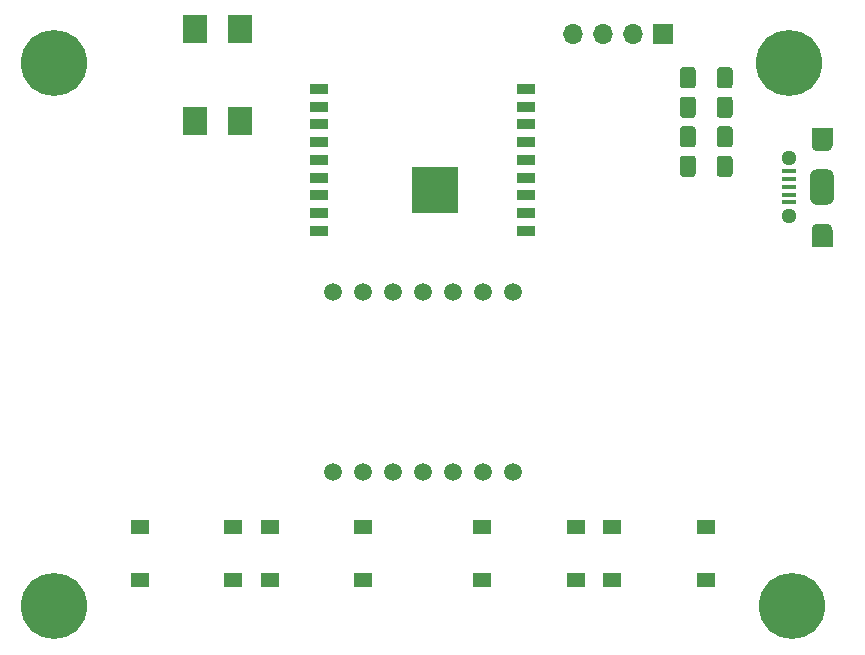
<source format=gbr>
%TF.GenerationSoftware,KiCad,Pcbnew,(5.1.10)-1*%
%TF.CreationDate,2021-10-03T21:55:55+02:00*%
%TF.ProjectId,KitchenTimer,4b697463-6865-46e5-9469-6d65722e6b69,rev?*%
%TF.SameCoordinates,Original*%
%TF.FileFunction,Soldermask,Top*%
%TF.FilePolarity,Negative*%
%FSLAX46Y46*%
G04 Gerber Fmt 4.6, Leading zero omitted, Abs format (unit mm)*
G04 Created by KiCad (PCBNEW (5.1.10)-1) date 2021-10-03 21:55:55*
%MOMM*%
%LPD*%
G01*
G04 APERTURE LIST*
%ADD10C,0.120000*%
%ADD11C,0.100000*%
%ADD12C,1.500000*%
%ADD13C,5.600000*%
%ADD14R,1.500000X0.900000*%
%ADD15R,4.000000X4.000000*%
%ADD16O,1.800000X1.100000*%
%ADD17R,1.250000X0.400000*%
%ADD18C,1.290000*%
%ADD19O,1.700000X1.700000*%
%ADD20R,1.700000X1.700000*%
%ADD21R,1.550000X1.300000*%
%ADD22R,2.100000X2.400000*%
G04 APERTURE END LIST*
D10*
%TO.C,J2*%
X84650000Y-37100000D02*
X84650000Y-38500000D01*
X82950000Y-37100000D02*
X82950000Y-38500000D01*
X84650000Y-38500000D02*
X82950000Y-38500000D01*
D11*
G36*
X82950000Y-38500000D02*
G01*
X82950000Y-37100000D01*
X84650000Y-37100000D01*
X84650000Y-38500000D01*
X82950000Y-38500000D01*
G37*
X82950000Y-38500000D02*
X82950000Y-37100000D01*
X84650000Y-37100000D01*
X84650000Y-38500000D01*
X82950000Y-38500000D01*
D10*
X84650000Y-29900000D02*
X84650000Y-28500000D01*
X82950000Y-28500000D02*
X84650000Y-28500000D01*
D11*
G36*
X84650000Y-28500000D02*
G01*
X84650000Y-29900000D01*
X82950000Y-29900000D01*
X82950000Y-28500000D01*
X84650000Y-28500000D01*
G37*
X84650000Y-28500000D02*
X84650000Y-29900000D01*
X82950000Y-29900000D01*
X82950000Y-28500000D01*
X84650000Y-28500000D01*
D10*
X82950000Y-29900000D02*
X82950000Y-28500000D01*
%TD*%
%TO.C,C12*%
G36*
G01*
X76225000Y-26099998D02*
X76225000Y-27400002D01*
G75*
G02*
X75975002Y-27650000I-249998J0D01*
G01*
X75149998Y-27650000D01*
G75*
G02*
X74900000Y-27400002I0J249998D01*
G01*
X74900000Y-26099998D01*
G75*
G02*
X75149998Y-25850000I249998J0D01*
G01*
X75975002Y-25850000D01*
G75*
G02*
X76225000Y-26099998I0J-249998D01*
G01*
G37*
G36*
G01*
X73100000Y-26099998D02*
X73100000Y-27400002D01*
G75*
G02*
X72850002Y-27650000I-249998J0D01*
G01*
X72024998Y-27650000D01*
G75*
G02*
X71775000Y-27400002I0J249998D01*
G01*
X71775000Y-26099998D01*
G75*
G02*
X72024998Y-25850000I249998J0D01*
G01*
X72850002Y-25850000D01*
G75*
G02*
X73100000Y-26099998I0J-249998D01*
G01*
G37*
%TD*%
D12*
%TO.C,LED1*%
X42380000Y-42380000D03*
X44920000Y-42380000D03*
X47460000Y-42380000D03*
X50000000Y-42380000D03*
X52540000Y-42380000D03*
X55080000Y-42380000D03*
X57620000Y-42380000D03*
X57620000Y-57620000D03*
X55080000Y-57620000D03*
X52540000Y-57620000D03*
X50000000Y-57620000D03*
X47460000Y-57620000D03*
X44920000Y-57620000D03*
X42380000Y-57620000D03*
%TD*%
%TO.C,C10*%
G36*
G01*
X73100000Y-28599998D02*
X73100000Y-29900002D01*
G75*
G02*
X72850002Y-30150000I-249998J0D01*
G01*
X72024998Y-30150000D01*
G75*
G02*
X71775000Y-29900002I0J249998D01*
G01*
X71775000Y-28599998D01*
G75*
G02*
X72024998Y-28350000I249998J0D01*
G01*
X72850002Y-28350000D01*
G75*
G02*
X73100000Y-28599998I0J-249998D01*
G01*
G37*
G36*
G01*
X76225000Y-28599998D02*
X76225000Y-29900002D01*
G75*
G02*
X75975002Y-30150000I-249998J0D01*
G01*
X75149998Y-30150000D01*
G75*
G02*
X74900000Y-29900002I0J249998D01*
G01*
X74900000Y-28599998D01*
G75*
G02*
X75149998Y-28350000I249998J0D01*
G01*
X75975002Y-28350000D01*
G75*
G02*
X76225000Y-28599998I0J-249998D01*
G01*
G37*
%TD*%
D13*
%TO.C,J6*%
X18750000Y-23000000D03*
%TD*%
%TO.C,J5*%
X18750000Y-69000000D03*
%TD*%
%TO.C,J4*%
X81000000Y-23000000D03*
%TD*%
%TO.C,J3*%
X81250000Y-69000000D03*
%TD*%
D14*
%TO.C,U1*%
X41210000Y-25200000D03*
X41210000Y-26700000D03*
X41210000Y-28200000D03*
X41210000Y-29700000D03*
X41210000Y-31200000D03*
X41210000Y-32700000D03*
X41210000Y-34200000D03*
X41210000Y-35700000D03*
X41210000Y-37200000D03*
X58710000Y-37200000D03*
X58710000Y-35700000D03*
X58710000Y-34200000D03*
X58710000Y-32700000D03*
X58710000Y-31200000D03*
X58710000Y-29700000D03*
X58710000Y-28200000D03*
X58710000Y-26700000D03*
X58710000Y-25200000D03*
D15*
X51060000Y-33710000D03*
%TD*%
D16*
%TO.C,J2*%
X83800000Y-29900000D03*
G36*
G01*
X84300000Y-35000000D02*
X83300000Y-35000000D01*
G75*
G02*
X82800000Y-34500000I0J500000D01*
G01*
X82800000Y-32500000D01*
G75*
G02*
X83300000Y-32000000I500000J0D01*
G01*
X84300000Y-32000000D01*
G75*
G02*
X84800000Y-32500000I0J-500000D01*
G01*
X84800000Y-34500000D01*
G75*
G02*
X84300000Y-35000000I-500000J0D01*
G01*
G37*
D17*
X81000000Y-32150000D03*
X81000000Y-32850000D03*
X81000000Y-33500000D03*
X81000000Y-34150000D03*
X81000000Y-34800000D03*
D18*
X81000000Y-31075000D03*
X81000000Y-35925000D03*
D16*
X83800000Y-29900000D03*
X83800000Y-37100000D03*
%TD*%
%TO.C,C13*%
G36*
G01*
X76225000Y-23599998D02*
X76225000Y-24900002D01*
G75*
G02*
X75975002Y-25150000I-249998J0D01*
G01*
X75149998Y-25150000D01*
G75*
G02*
X74900000Y-24900002I0J249998D01*
G01*
X74900000Y-23599998D01*
G75*
G02*
X75149998Y-23350000I249998J0D01*
G01*
X75975002Y-23350000D01*
G75*
G02*
X76225000Y-23599998I0J-249998D01*
G01*
G37*
G36*
G01*
X73100000Y-23599998D02*
X73100000Y-24900002D01*
G75*
G02*
X72850002Y-25150000I-249998J0D01*
G01*
X72024998Y-25150000D01*
G75*
G02*
X71775000Y-24900002I0J249998D01*
G01*
X71775000Y-23599998D01*
G75*
G02*
X72024998Y-23350000I249998J0D01*
G01*
X72850002Y-23350000D01*
G75*
G02*
X73100000Y-23599998I0J-249998D01*
G01*
G37*
%TD*%
%TO.C,C9*%
G36*
G01*
X73100000Y-31099998D02*
X73100000Y-32400002D01*
G75*
G02*
X72850002Y-32650000I-249998J0D01*
G01*
X72024998Y-32650000D01*
G75*
G02*
X71775000Y-32400002I0J249998D01*
G01*
X71775000Y-31099998D01*
G75*
G02*
X72024998Y-30850000I249998J0D01*
G01*
X72850002Y-30850000D01*
G75*
G02*
X73100000Y-31099998I0J-249998D01*
G01*
G37*
G36*
G01*
X76225000Y-31099998D02*
X76225000Y-32400002D01*
G75*
G02*
X75975002Y-32650000I-249998J0D01*
G01*
X75149998Y-32650000D01*
G75*
G02*
X74900000Y-32400002I0J249998D01*
G01*
X74900000Y-31099998D01*
G75*
G02*
X75149998Y-30850000I249998J0D01*
G01*
X75975002Y-30850000D01*
G75*
G02*
X76225000Y-31099998I0J-249998D01*
G01*
G37*
%TD*%
D19*
%TO.C,J1*%
X62681281Y-20534799D03*
X65221281Y-20534799D03*
X67761281Y-20534799D03*
D20*
X70301281Y-20534799D03*
%TD*%
D21*
%TO.C,SW6*%
X44975000Y-62250000D03*
X44975000Y-66750000D03*
X37025000Y-66750000D03*
X37025000Y-62250000D03*
%TD*%
%TO.C,SW5*%
X33975000Y-62250000D03*
X33975000Y-66750000D03*
X26025000Y-66750000D03*
X26025000Y-62250000D03*
%TD*%
%TO.C,SW4*%
X73975000Y-62250000D03*
X73975000Y-66750000D03*
X66025000Y-66750000D03*
X66025000Y-62250000D03*
%TD*%
%TO.C,SW3*%
X62975000Y-62250000D03*
X62975000Y-66750000D03*
X55025000Y-66750000D03*
X55025000Y-62250000D03*
%TD*%
D22*
%TO.C,SW2*%
X30750000Y-27940000D03*
X30750000Y-20140000D03*
%TD*%
%TO.C,SW1*%
X34500000Y-27940000D03*
X34500000Y-20140000D03*
%TD*%
M02*

</source>
